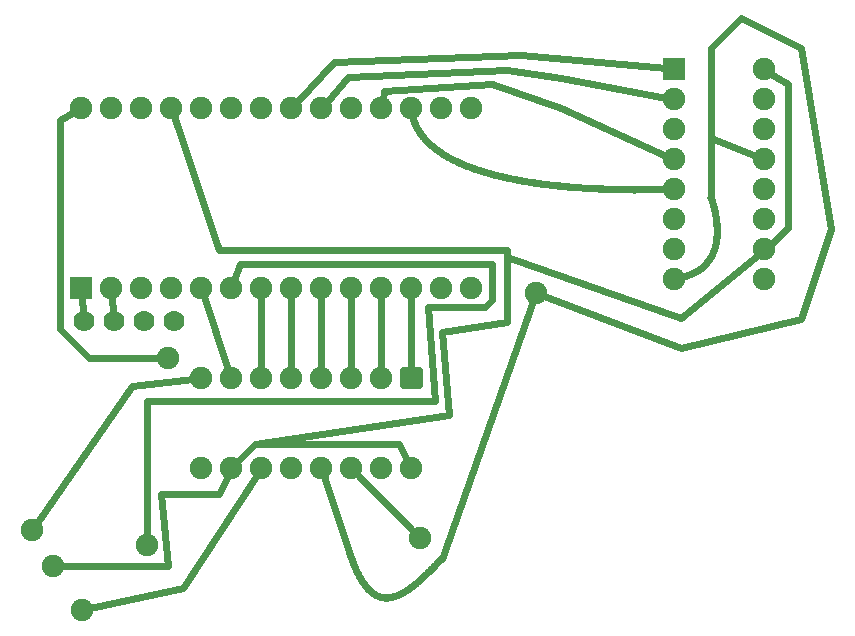
<source format=gbl>
G04 MADE WITH FRITZING*
G04 WWW.FRITZING.ORG*
G04 DOUBLE SIDED*
G04 HOLES PLATED*
G04 CONTOUR ON CENTER OF CONTOUR VECTOR*
%ASAXBY*%
%FSLAX23Y23*%
%MOIN*%
%OFA0B0*%
%SFA1.0B1.0*%
%ADD10C,0.075000*%
%ADD11C,0.070000*%
%ADD12C,0.075433*%
%ADD13R,0.075000X0.075000*%
%ADD14C,0.024000*%
%ADD15C,0.020000*%
%ADD16R,0.001000X0.001000*%
%LNCOPPER0*%
G90*
G70*
G54D10*
X634Y1328D03*
X634Y1928D03*
X734Y1328D03*
X734Y1928D03*
X834Y1328D03*
X834Y1928D03*
X934Y1328D03*
X934Y1928D03*
X1034Y1328D03*
X1034Y1928D03*
X1134Y1328D03*
X1134Y1928D03*
X1234Y1328D03*
X1234Y1928D03*
X1334Y1328D03*
X1334Y1928D03*
X1434Y1328D03*
X1434Y1928D03*
X1534Y1328D03*
X1534Y1928D03*
X1634Y1328D03*
X1634Y1928D03*
X1734Y1328D03*
X1734Y1928D03*
X1834Y1328D03*
X1834Y1928D03*
X1934Y1328D03*
X1934Y1928D03*
X1734Y1028D03*
X1734Y728D03*
X1634Y1028D03*
X1634Y728D03*
X1534Y1028D03*
X1534Y728D03*
X1434Y1028D03*
X1434Y728D03*
X1334Y1028D03*
X1334Y728D03*
X1234Y1028D03*
X1234Y728D03*
X1134Y1028D03*
X1134Y728D03*
X1034Y1028D03*
X1034Y728D03*
X2610Y2057D03*
X2910Y2057D03*
X2610Y1957D03*
X2910Y1957D03*
X2610Y1857D03*
X2910Y1857D03*
X2610Y1757D03*
X2910Y1757D03*
X2610Y1657D03*
X2910Y1657D03*
X2610Y1557D03*
X2910Y1557D03*
X2610Y1457D03*
X2910Y1457D03*
X2610Y1357D03*
X2910Y1357D03*
G54D11*
X742Y1217D03*
X642Y1217D03*
X942Y1217D03*
X842Y1217D03*
G54D12*
X924Y1096D03*
X852Y472D03*
X540Y400D03*
X636Y256D03*
X1764Y496D03*
X2148Y1312D03*
X468Y520D03*
G54D13*
X634Y1328D03*
X2610Y2057D03*
G54D14*
X1634Y1299D02*
X1634Y1056D01*
D02*
X1534Y1299D02*
X1534Y1056D01*
D02*
X1434Y1299D02*
X1434Y1056D01*
D02*
X1334Y1299D02*
X1334Y1056D01*
D02*
X640Y1243D02*
X636Y1299D01*
D02*
X1734Y1056D02*
X1734Y1299D01*
D02*
X740Y1243D02*
X736Y1299D01*
D02*
X1234Y1299D02*
X1234Y1056D01*
D02*
X1043Y1300D02*
X1124Y1055D01*
D02*
X1639Y1956D02*
X1644Y1984D01*
X1644Y1984D02*
X2004Y2008D01*
X2004Y2008D02*
X2232Y1928D01*
D02*
X2232Y1928D02*
X2584Y1769D01*
D02*
X2582Y1962D02*
X2232Y2028D01*
D02*
X2232Y2028D02*
X2052Y2056D01*
X2052Y2056D02*
X1524Y2032D01*
X1524Y2032D02*
X1452Y1949D01*
D02*
X1353Y1948D02*
X1476Y2080D01*
X1476Y2080D02*
X2100Y2104D01*
X2100Y2104D02*
X2581Y2060D01*
D02*
X609Y1913D02*
X564Y1888D01*
X564Y1888D02*
X564Y1192D01*
X564Y1192D02*
X660Y1096D01*
X660Y1096D02*
X895Y1096D01*
D02*
X852Y501D02*
X852Y952D01*
X852Y952D02*
X1812Y952D01*
X1812Y952D02*
X1788Y1264D01*
X1788Y1264D02*
X1980Y1264D01*
X1980Y1264D02*
X2004Y1288D01*
X2004Y1288D02*
X2004Y1408D01*
X2004Y1408D02*
X1164Y1408D01*
X1164Y1408D02*
X1144Y1354D01*
D02*
X1720Y753D02*
X1692Y808D01*
X1692Y808D02*
X1212Y808D01*
X1212Y808D02*
X1154Y748D01*
D02*
X569Y400D02*
X924Y400D01*
X924Y400D02*
X900Y640D01*
X900Y640D02*
X1092Y640D01*
X1092Y640D02*
X1121Y702D01*
D02*
X943Y1900D02*
X1092Y1456D01*
X1092Y1456D02*
X2052Y1456D01*
X2052Y1456D02*
X2052Y1216D01*
X2052Y1216D02*
X1836Y1180D01*
X1836Y1180D02*
X1860Y904D01*
X1860Y904D02*
X1212Y808D01*
D02*
X2888Y1439D02*
X2633Y1228D01*
D02*
X2633Y1228D02*
X2052Y1432D01*
X2052Y1432D02*
X2052Y1456D01*
D02*
X2934Y2042D02*
X2988Y2008D01*
X2988Y2008D02*
X2988Y1528D01*
X2988Y1528D02*
X2931Y1476D01*
D02*
X1218Y704D02*
X972Y328D01*
X972Y328D02*
X664Y262D01*
D02*
X1744Y516D02*
X1554Y707D01*
D02*
X2138Y1285D02*
X1836Y424D01*
D02*
X1534Y428D02*
X1443Y700D01*
D02*
X2733Y1627D02*
X2733Y2127D01*
D02*
X2733Y2127D02*
X2834Y2227D01*
D02*
X2834Y2227D02*
X3033Y2129D01*
D02*
X3033Y2129D02*
X3134Y1526D01*
D02*
X3134Y1526D02*
X3033Y1226D01*
D02*
X3033Y1226D02*
X2632Y1129D01*
D02*
X2632Y1129D02*
X2175Y1302D01*
D02*
X2883Y1768D02*
X2733Y1828D01*
D02*
X2733Y1828D02*
X2733Y1627D01*
D02*
X485Y543D02*
X804Y1000D01*
X804Y1000D02*
X1005Y1024D01*
G54D15*
X1761Y1000D02*
X1706Y1000D01*
X1706Y1055D01*
X1761Y1055D01*
X1761Y1000D01*
D02*
G54D16*
X1731Y1940D02*
X1735Y1940D01*
X1728Y1939D02*
X1738Y1939D01*
X1726Y1938D02*
X1739Y1938D01*
X1725Y1937D02*
X1741Y1937D01*
X1724Y1936D02*
X1742Y1936D01*
X1723Y1935D02*
X1742Y1935D01*
X1723Y1934D02*
X1743Y1934D01*
X1722Y1933D02*
X1743Y1933D01*
X1722Y1932D02*
X1744Y1932D01*
X1722Y1931D02*
X1744Y1931D01*
X1722Y1930D02*
X1744Y1930D01*
X1721Y1929D02*
X1744Y1929D01*
X1721Y1928D02*
X1744Y1928D01*
X1721Y1927D02*
X1745Y1927D01*
X1722Y1926D02*
X1745Y1926D01*
X1722Y1925D02*
X1745Y1925D01*
X1722Y1924D02*
X1745Y1924D01*
X1722Y1923D02*
X1745Y1923D01*
X1722Y1922D02*
X1745Y1922D01*
X1722Y1921D02*
X1745Y1921D01*
X1722Y1920D02*
X1745Y1920D01*
X1722Y1919D02*
X1746Y1919D01*
X1722Y1918D02*
X1746Y1918D01*
X1723Y1917D02*
X1746Y1917D01*
X1723Y1916D02*
X1746Y1916D01*
X1723Y1915D02*
X1746Y1915D01*
X1723Y1914D02*
X1746Y1914D01*
X1723Y1913D02*
X1746Y1913D01*
X1723Y1912D02*
X1747Y1912D01*
X1724Y1911D02*
X1747Y1911D01*
X1724Y1910D02*
X1747Y1910D01*
X1724Y1909D02*
X1747Y1909D01*
X1724Y1908D02*
X1747Y1908D01*
X1724Y1907D02*
X1748Y1907D01*
X1724Y1906D02*
X1748Y1906D01*
X1725Y1905D02*
X1748Y1905D01*
X1725Y1904D02*
X1748Y1904D01*
X1725Y1903D02*
X1749Y1903D01*
X1725Y1902D02*
X1749Y1902D01*
X1726Y1901D02*
X1749Y1901D01*
X1726Y1900D02*
X1749Y1900D01*
X1726Y1899D02*
X1750Y1899D01*
X1726Y1898D02*
X1750Y1898D01*
X1727Y1897D02*
X1750Y1897D01*
X1727Y1896D02*
X1750Y1896D01*
X1727Y1895D02*
X1751Y1895D01*
X1727Y1894D02*
X1751Y1894D01*
X1728Y1893D02*
X1751Y1893D01*
X1728Y1892D02*
X1752Y1892D01*
X1728Y1891D02*
X1752Y1891D01*
X1728Y1890D02*
X1752Y1890D01*
X1729Y1889D02*
X1753Y1889D01*
X1729Y1888D02*
X1753Y1888D01*
X1729Y1887D02*
X1753Y1887D01*
X1730Y1886D02*
X1754Y1886D01*
X1730Y1885D02*
X1754Y1885D01*
X1730Y1884D02*
X1755Y1884D01*
X1731Y1883D02*
X1755Y1883D01*
X1731Y1882D02*
X1755Y1882D01*
X1731Y1881D02*
X1756Y1881D01*
X1732Y1880D02*
X1756Y1880D01*
X1732Y1879D02*
X1757Y1879D01*
X1733Y1878D02*
X1757Y1878D01*
X1733Y1877D02*
X1757Y1877D01*
X1733Y1876D02*
X1758Y1876D01*
X1734Y1875D02*
X1758Y1875D01*
X1734Y1874D02*
X1759Y1874D01*
X1734Y1873D02*
X1759Y1873D01*
X1735Y1872D02*
X1760Y1872D01*
X1735Y1871D02*
X1760Y1871D01*
X1736Y1870D02*
X1761Y1870D01*
X1736Y1869D02*
X1761Y1869D01*
X1737Y1868D02*
X1762Y1868D01*
X1737Y1867D02*
X1762Y1867D01*
X1737Y1866D02*
X1763Y1866D01*
X1738Y1865D02*
X1763Y1865D01*
X1738Y1864D02*
X1764Y1864D01*
X1739Y1863D02*
X1765Y1863D01*
X1739Y1862D02*
X1765Y1862D01*
X1740Y1861D02*
X1766Y1861D01*
X1740Y1860D02*
X1766Y1860D01*
X1741Y1859D02*
X1767Y1859D01*
X1741Y1858D02*
X1768Y1858D01*
X1742Y1857D02*
X1768Y1857D01*
X1742Y1856D02*
X1769Y1856D01*
X1743Y1855D02*
X1769Y1855D01*
X1743Y1854D02*
X1770Y1854D01*
X1744Y1853D02*
X1771Y1853D01*
X1745Y1852D02*
X1771Y1852D01*
X1745Y1851D02*
X1772Y1851D01*
X1746Y1850D02*
X1773Y1850D01*
X1746Y1849D02*
X1774Y1849D01*
X1747Y1848D02*
X1774Y1848D01*
X1747Y1847D02*
X1775Y1847D01*
X1748Y1846D02*
X1776Y1846D01*
X1749Y1845D02*
X1776Y1845D01*
X1749Y1844D02*
X1777Y1844D01*
X1750Y1843D02*
X1778Y1843D01*
X1750Y1842D02*
X1779Y1842D01*
X1751Y1841D02*
X1780Y1841D01*
X1752Y1840D02*
X1780Y1840D01*
X1752Y1839D02*
X1781Y1839D01*
X1753Y1838D02*
X1782Y1838D01*
X1754Y1837D02*
X1783Y1837D01*
X1754Y1836D02*
X1784Y1836D01*
X1755Y1835D02*
X1784Y1835D01*
X1756Y1834D02*
X1785Y1834D01*
X1757Y1833D02*
X1786Y1833D01*
X1757Y1832D02*
X1787Y1832D01*
X1758Y1831D02*
X1788Y1831D01*
X1759Y1830D02*
X1789Y1830D01*
X1759Y1829D02*
X1790Y1829D01*
X1760Y1828D02*
X1791Y1828D01*
X1761Y1827D02*
X1792Y1827D01*
X1762Y1826D02*
X1793Y1826D01*
X1763Y1825D02*
X1794Y1825D01*
X1763Y1824D02*
X1794Y1824D01*
X1764Y1823D02*
X1795Y1823D01*
X1765Y1822D02*
X1796Y1822D01*
X1766Y1821D02*
X1797Y1821D01*
X1767Y1820D02*
X1798Y1820D01*
X1768Y1819D02*
X1800Y1819D01*
X1768Y1818D02*
X1801Y1818D01*
X1769Y1817D02*
X1802Y1817D01*
X1770Y1816D02*
X1803Y1816D01*
X1771Y1815D02*
X1804Y1815D01*
X1772Y1814D02*
X1805Y1814D01*
X1773Y1813D02*
X1806Y1813D01*
X1774Y1812D02*
X1807Y1812D01*
X1775Y1811D02*
X1808Y1811D01*
X1776Y1810D02*
X1809Y1810D01*
X1777Y1809D02*
X1811Y1809D01*
X1778Y1808D02*
X1812Y1808D01*
X1779Y1807D02*
X1813Y1807D01*
X1779Y1806D02*
X1814Y1806D01*
X1780Y1805D02*
X1815Y1805D01*
X1782Y1804D02*
X1816Y1804D01*
X1783Y1803D02*
X1818Y1803D01*
X1784Y1802D02*
X1819Y1802D01*
X1785Y1801D02*
X1820Y1801D01*
X1786Y1800D02*
X1822Y1800D01*
X1787Y1799D02*
X1823Y1799D01*
X1788Y1798D02*
X1824Y1798D01*
X1789Y1797D02*
X1826Y1797D01*
X1790Y1796D02*
X1827Y1796D01*
X1791Y1795D02*
X1828Y1795D01*
X1792Y1794D02*
X1830Y1794D01*
X1793Y1793D02*
X1831Y1793D01*
X1795Y1792D02*
X1833Y1792D01*
X1796Y1791D02*
X1834Y1791D01*
X1797Y1790D02*
X1836Y1790D01*
X1798Y1789D02*
X1837Y1789D01*
X1799Y1788D02*
X1838Y1788D01*
X1801Y1787D02*
X1840Y1787D01*
X1802Y1786D02*
X1841Y1786D01*
X1803Y1785D02*
X1843Y1785D01*
X1804Y1784D02*
X1845Y1784D01*
X1806Y1783D02*
X1846Y1783D01*
X1807Y1782D02*
X1848Y1782D01*
X1808Y1781D02*
X1850Y1781D01*
X1810Y1780D02*
X1851Y1780D01*
X1811Y1779D02*
X1853Y1779D01*
X1812Y1778D02*
X1854Y1778D01*
X1814Y1777D02*
X1856Y1777D01*
X1815Y1776D02*
X1858Y1776D01*
X1816Y1775D02*
X1860Y1775D01*
X1818Y1774D02*
X1861Y1774D01*
X1819Y1773D02*
X1863Y1773D01*
X1821Y1772D02*
X1865Y1772D01*
X1822Y1771D02*
X1867Y1771D01*
X1823Y1770D02*
X1869Y1770D01*
X1825Y1769D02*
X1870Y1769D01*
X1826Y1768D02*
X1872Y1768D01*
X1828Y1767D02*
X1874Y1767D01*
X1829Y1766D02*
X1876Y1766D01*
X1831Y1765D02*
X1878Y1765D01*
X1832Y1764D02*
X1880Y1764D01*
X1834Y1763D02*
X1882Y1763D01*
X1836Y1762D02*
X1884Y1762D01*
X1837Y1761D02*
X1886Y1761D01*
X1839Y1760D02*
X1888Y1760D01*
X1841Y1759D02*
X1891Y1759D01*
X1842Y1758D02*
X1893Y1758D01*
X1844Y1757D02*
X1895Y1757D01*
X1846Y1756D02*
X1897Y1756D01*
X1847Y1755D02*
X1899Y1755D01*
X1849Y1754D02*
X1901Y1754D01*
X1851Y1753D02*
X1904Y1753D01*
X1853Y1752D02*
X1906Y1752D01*
X1854Y1751D02*
X1908Y1751D01*
X1856Y1750D02*
X1911Y1750D01*
X1858Y1749D02*
X1913Y1749D01*
X1860Y1748D02*
X1915Y1748D01*
X1862Y1747D02*
X1918Y1747D01*
X1864Y1746D02*
X1920Y1746D01*
X1866Y1745D02*
X1923Y1745D01*
X1868Y1744D02*
X1925Y1744D01*
X1870Y1743D02*
X1928Y1743D01*
X1872Y1742D02*
X1931Y1742D01*
X1874Y1741D02*
X1933Y1741D01*
X1876Y1740D02*
X1936Y1740D01*
X1878Y1739D02*
X1939Y1739D01*
X1880Y1738D02*
X1941Y1738D01*
X1882Y1737D02*
X1944Y1737D01*
X1884Y1736D02*
X1947Y1736D01*
X1886Y1735D02*
X1950Y1735D01*
X1888Y1734D02*
X1953Y1734D01*
X1891Y1733D02*
X1956Y1733D01*
X1893Y1732D02*
X1959Y1732D01*
X1895Y1731D02*
X1962Y1731D01*
X1897Y1730D02*
X1965Y1730D01*
X1900Y1729D02*
X1968Y1729D01*
X1902Y1728D02*
X1971Y1728D01*
X1905Y1727D02*
X1974Y1727D01*
X1907Y1726D02*
X1978Y1726D01*
X1909Y1725D02*
X1981Y1725D01*
X1912Y1724D02*
X1984Y1724D01*
X1914Y1723D02*
X1987Y1723D01*
X1917Y1722D02*
X1991Y1722D01*
X1920Y1721D02*
X1995Y1721D01*
X1922Y1720D02*
X1998Y1720D01*
X1925Y1719D02*
X2002Y1719D01*
X1927Y1718D02*
X2005Y1718D01*
X1930Y1717D02*
X2009Y1717D01*
X1933Y1716D02*
X2013Y1716D01*
X1936Y1715D02*
X2017Y1715D01*
X1938Y1714D02*
X2021Y1714D01*
X1941Y1713D02*
X2025Y1713D01*
X1944Y1712D02*
X2029Y1712D01*
X1947Y1711D02*
X2033Y1711D01*
X1950Y1710D02*
X2037Y1710D01*
X1953Y1709D02*
X2041Y1709D01*
X1956Y1708D02*
X2046Y1708D01*
X1959Y1707D02*
X2050Y1707D01*
X1962Y1706D02*
X2055Y1706D01*
X1965Y1705D02*
X2059Y1705D01*
X1969Y1704D02*
X2064Y1704D01*
X1972Y1703D02*
X2069Y1703D01*
X1975Y1702D02*
X2074Y1702D01*
X1979Y1701D02*
X2079Y1701D01*
X1982Y1700D02*
X2084Y1700D01*
X1985Y1699D02*
X2089Y1699D01*
X1989Y1698D02*
X2095Y1698D01*
X1993Y1697D02*
X2100Y1697D01*
X1996Y1696D02*
X2106Y1696D01*
X2000Y1695D02*
X2111Y1695D01*
X2004Y1694D02*
X2117Y1694D01*
X2007Y1693D02*
X2123Y1693D01*
X2011Y1692D02*
X2129Y1692D01*
X2015Y1691D02*
X2136Y1691D01*
X2019Y1690D02*
X2142Y1690D01*
X2023Y1689D02*
X2149Y1689D01*
X2027Y1688D02*
X2156Y1688D01*
X2031Y1687D02*
X2163Y1687D01*
X2036Y1686D02*
X2170Y1686D01*
X2040Y1685D02*
X2178Y1685D01*
X2044Y1684D02*
X2186Y1684D01*
X2049Y1683D02*
X2194Y1683D01*
X2054Y1682D02*
X2202Y1682D01*
X2058Y1681D02*
X2211Y1681D01*
X2063Y1680D02*
X2220Y1680D01*
X2068Y1679D02*
X2231Y1679D01*
X2073Y1678D02*
X2241Y1678D01*
X2078Y1677D02*
X2252Y1677D01*
X2083Y1676D02*
X2262Y1676D01*
X2088Y1675D02*
X2275Y1675D01*
X2094Y1674D02*
X2288Y1674D01*
X2099Y1673D02*
X2301Y1673D01*
X2105Y1672D02*
X2317Y1672D01*
X2110Y1671D02*
X2334Y1671D01*
X2116Y1670D02*
X2354Y1670D01*
X2122Y1669D02*
X2376Y1669D01*
X2587Y1669D02*
X2613Y1669D01*
X2129Y1668D02*
X2407Y1668D01*
X2558Y1668D02*
X2615Y1668D01*
X2135Y1667D02*
X2472Y1667D01*
X2492Y1667D02*
X2616Y1667D01*
X2141Y1666D02*
X2617Y1666D01*
X2148Y1665D02*
X2618Y1665D01*
X2155Y1664D02*
X2619Y1664D01*
X2162Y1663D02*
X2619Y1663D01*
X2170Y1662D02*
X2620Y1662D01*
X2177Y1661D02*
X2620Y1661D01*
X2185Y1660D02*
X2620Y1660D01*
X2194Y1659D02*
X2620Y1659D01*
X2202Y1658D02*
X2620Y1658D01*
X2211Y1657D02*
X2620Y1657D01*
X2220Y1656D02*
X2620Y1656D01*
X2231Y1655D02*
X2620Y1655D01*
X2241Y1654D02*
X2620Y1654D01*
X2252Y1653D02*
X2619Y1653D01*
X2262Y1652D02*
X2619Y1652D01*
X2275Y1651D02*
X2618Y1651D01*
X2288Y1650D02*
X2617Y1650D01*
X2302Y1649D02*
X2616Y1649D01*
X2318Y1648D02*
X2615Y1648D01*
X2334Y1647D02*
X2613Y1647D01*
X2355Y1646D02*
X2609Y1646D01*
X2377Y1645D02*
X2587Y1645D01*
X2408Y1644D02*
X2557Y1644D01*
X2474Y1643D02*
X2483Y1643D01*
X2731Y1640D02*
X2734Y1640D01*
X2728Y1639D02*
X2737Y1639D01*
X2726Y1638D02*
X2739Y1638D01*
X2725Y1637D02*
X2740Y1637D01*
X2724Y1636D02*
X2741Y1636D01*
X2723Y1635D02*
X2742Y1635D01*
X2723Y1634D02*
X2743Y1634D01*
X2722Y1633D02*
X2743Y1633D01*
X2722Y1632D02*
X2743Y1632D01*
X2721Y1631D02*
X2744Y1631D01*
X2721Y1630D02*
X2744Y1630D01*
X2721Y1629D02*
X2745Y1629D01*
X2721Y1628D02*
X2745Y1628D01*
X2721Y1627D02*
X2745Y1627D01*
X2721Y1626D02*
X2746Y1626D01*
X2722Y1625D02*
X2746Y1625D01*
X2722Y1624D02*
X2746Y1624D01*
X2722Y1623D02*
X2747Y1623D01*
X2723Y1622D02*
X2747Y1622D01*
X2723Y1621D02*
X2747Y1621D01*
X2723Y1620D02*
X2748Y1620D01*
X2724Y1619D02*
X2748Y1619D01*
X2724Y1618D02*
X2748Y1618D01*
X2724Y1617D02*
X2749Y1617D01*
X2725Y1616D02*
X2749Y1616D01*
X2725Y1615D02*
X2749Y1615D01*
X2725Y1614D02*
X2750Y1614D01*
X2726Y1613D02*
X2750Y1613D01*
X2726Y1612D02*
X2750Y1612D01*
X2726Y1611D02*
X2750Y1611D01*
X2727Y1610D02*
X2751Y1610D01*
X2727Y1609D02*
X2751Y1609D01*
X2727Y1608D02*
X2751Y1608D01*
X2728Y1607D02*
X2752Y1607D01*
X2728Y1606D02*
X2752Y1606D01*
X2728Y1605D02*
X2752Y1605D01*
X2729Y1604D02*
X2752Y1604D01*
X2729Y1603D02*
X2753Y1603D01*
X2729Y1602D02*
X2753Y1602D01*
X2729Y1601D02*
X2753Y1601D01*
X2730Y1600D02*
X2753Y1600D01*
X2730Y1599D02*
X2754Y1599D01*
X2730Y1598D02*
X2754Y1598D01*
X2730Y1597D02*
X2754Y1597D01*
X2731Y1596D02*
X2755Y1596D01*
X2731Y1595D02*
X2755Y1595D01*
X2731Y1594D02*
X2755Y1594D01*
X2732Y1593D02*
X2755Y1593D01*
X2732Y1592D02*
X2756Y1592D01*
X2732Y1591D02*
X2756Y1591D01*
X2732Y1590D02*
X2756Y1590D01*
X2733Y1589D02*
X2756Y1589D01*
X2733Y1588D02*
X2756Y1588D01*
X2733Y1587D02*
X2757Y1587D01*
X2733Y1586D02*
X2757Y1586D01*
X2734Y1585D02*
X2757Y1585D01*
X2734Y1584D02*
X2757Y1584D01*
X2734Y1583D02*
X2758Y1583D01*
X2734Y1582D02*
X2758Y1582D01*
X2734Y1581D02*
X2758Y1581D01*
X2735Y1580D02*
X2758Y1580D01*
X2735Y1579D02*
X2758Y1579D01*
X2735Y1578D02*
X2759Y1578D01*
X2735Y1577D02*
X2759Y1577D01*
X2736Y1576D02*
X2759Y1576D01*
X2736Y1575D02*
X2759Y1575D01*
X2736Y1574D02*
X2759Y1574D01*
X2736Y1573D02*
X2760Y1573D01*
X2736Y1572D02*
X2760Y1572D01*
X2737Y1571D02*
X2760Y1571D01*
X2737Y1570D02*
X2760Y1570D01*
X2737Y1569D02*
X2760Y1569D01*
X2737Y1568D02*
X2760Y1568D01*
X2737Y1567D02*
X2761Y1567D01*
X2737Y1566D02*
X2761Y1566D01*
X2738Y1565D02*
X2761Y1565D01*
X2738Y1564D02*
X2761Y1564D01*
X2738Y1563D02*
X2761Y1563D01*
X2738Y1562D02*
X2761Y1562D01*
X2738Y1561D02*
X2762Y1561D01*
X2739Y1560D02*
X2762Y1560D01*
X2739Y1559D02*
X2762Y1559D01*
X2739Y1558D02*
X2762Y1558D01*
X2739Y1557D02*
X2762Y1557D01*
X2739Y1556D02*
X2762Y1556D01*
X2739Y1555D02*
X2762Y1555D01*
X2739Y1554D02*
X2763Y1554D01*
X2740Y1553D02*
X2763Y1553D01*
X2740Y1552D02*
X2763Y1552D01*
X2740Y1551D02*
X2763Y1551D01*
X2740Y1550D02*
X2763Y1550D01*
X2740Y1549D02*
X2763Y1549D01*
X2740Y1548D02*
X2763Y1548D01*
X2740Y1547D02*
X2763Y1547D01*
X2740Y1546D02*
X2763Y1546D01*
X2740Y1545D02*
X2764Y1545D01*
X2741Y1544D02*
X2764Y1544D01*
X2741Y1543D02*
X2764Y1543D01*
X2741Y1542D02*
X2764Y1542D01*
X2741Y1541D02*
X2764Y1541D01*
X2741Y1540D02*
X2764Y1540D01*
X2741Y1539D02*
X2764Y1539D01*
X2741Y1538D02*
X2764Y1538D01*
X2741Y1537D02*
X2764Y1537D01*
X2741Y1536D02*
X2764Y1536D01*
X2741Y1535D02*
X2764Y1535D01*
X2741Y1534D02*
X2764Y1534D01*
X2741Y1533D02*
X2764Y1533D01*
X2742Y1532D02*
X2765Y1532D01*
X2742Y1531D02*
X2765Y1531D01*
X2742Y1530D02*
X2765Y1530D01*
X2742Y1529D02*
X2765Y1529D01*
X2742Y1528D02*
X2765Y1528D01*
X2742Y1527D02*
X2765Y1527D01*
X2742Y1526D02*
X2765Y1526D01*
X2742Y1525D02*
X2765Y1525D01*
X2742Y1524D02*
X2765Y1524D01*
X2742Y1523D02*
X2765Y1523D01*
X2742Y1522D02*
X2765Y1522D01*
X2742Y1521D02*
X2765Y1521D01*
X2742Y1520D02*
X2765Y1520D01*
X2742Y1519D02*
X2765Y1519D01*
X2742Y1518D02*
X2765Y1518D01*
X2742Y1517D02*
X2765Y1517D01*
X2742Y1516D02*
X2765Y1516D01*
X2742Y1515D02*
X2765Y1515D01*
X2742Y1514D02*
X2765Y1514D01*
X2742Y1513D02*
X2765Y1513D01*
X2742Y1512D02*
X2765Y1512D01*
X2742Y1511D02*
X2765Y1511D01*
X2742Y1510D02*
X2765Y1510D01*
X2742Y1509D02*
X2765Y1509D01*
X2742Y1508D02*
X2765Y1508D01*
X2742Y1507D02*
X2765Y1507D01*
X2742Y1506D02*
X2765Y1506D01*
X2742Y1505D02*
X2765Y1505D01*
X2742Y1504D02*
X2765Y1504D01*
X2742Y1503D02*
X2765Y1503D01*
X2742Y1502D02*
X2765Y1502D01*
X2741Y1501D02*
X2764Y1501D01*
X2741Y1500D02*
X2764Y1500D01*
X2741Y1499D02*
X2764Y1499D01*
X2741Y1498D02*
X2764Y1498D01*
X2741Y1497D02*
X2764Y1497D01*
X2741Y1496D02*
X2764Y1496D01*
X2741Y1495D02*
X2764Y1495D01*
X2741Y1494D02*
X2764Y1494D01*
X2741Y1493D02*
X2764Y1493D01*
X2741Y1492D02*
X2764Y1492D01*
X2740Y1491D02*
X2764Y1491D01*
X2740Y1490D02*
X2764Y1490D01*
X2740Y1489D02*
X2763Y1489D01*
X2740Y1488D02*
X2763Y1488D01*
X2740Y1487D02*
X2763Y1487D01*
X2740Y1486D02*
X2763Y1486D01*
X2740Y1485D02*
X2763Y1485D01*
X2740Y1484D02*
X2763Y1484D01*
X2739Y1483D02*
X2762Y1483D01*
X2739Y1482D02*
X2762Y1482D01*
X2739Y1481D02*
X2762Y1481D01*
X2739Y1480D02*
X2762Y1480D01*
X2739Y1479D02*
X2762Y1479D01*
X2738Y1478D02*
X2762Y1478D01*
X2738Y1477D02*
X2762Y1477D01*
X2738Y1476D02*
X2761Y1476D01*
X2738Y1475D02*
X2761Y1475D01*
X2738Y1474D02*
X2761Y1474D01*
X2737Y1473D02*
X2761Y1473D01*
X2737Y1472D02*
X2761Y1472D01*
X2737Y1471D02*
X2760Y1471D01*
X2737Y1470D02*
X2760Y1470D01*
X2736Y1469D02*
X2760Y1469D01*
X2736Y1468D02*
X2760Y1468D01*
X2736Y1467D02*
X2759Y1467D01*
X2736Y1466D02*
X2759Y1466D01*
X2735Y1465D02*
X2759Y1465D01*
X2735Y1464D02*
X2759Y1464D01*
X2735Y1463D02*
X2758Y1463D01*
X2734Y1462D02*
X2758Y1462D01*
X2734Y1461D02*
X2758Y1461D01*
X2734Y1460D02*
X2758Y1460D01*
X2733Y1459D02*
X2757Y1459D01*
X2733Y1458D02*
X2757Y1458D01*
X2733Y1457D02*
X2757Y1457D01*
X2732Y1456D02*
X2756Y1456D01*
X2732Y1455D02*
X2756Y1455D01*
X2732Y1454D02*
X2756Y1454D01*
X2731Y1453D02*
X2756Y1453D01*
X2731Y1452D02*
X2755Y1452D01*
X2730Y1451D02*
X2755Y1451D01*
X2730Y1450D02*
X2754Y1450D01*
X2730Y1449D02*
X2754Y1449D01*
X2729Y1448D02*
X2754Y1448D01*
X2729Y1447D02*
X2753Y1447D01*
X2728Y1446D02*
X2753Y1446D01*
X2728Y1445D02*
X2753Y1445D01*
X2727Y1444D02*
X2752Y1444D01*
X2727Y1443D02*
X2752Y1443D01*
X2726Y1442D02*
X2751Y1442D01*
X2726Y1441D02*
X2751Y1441D01*
X2725Y1440D02*
X2751Y1440D01*
X2725Y1439D02*
X2750Y1439D01*
X2724Y1438D02*
X2750Y1438D01*
X2724Y1437D02*
X2749Y1437D01*
X2723Y1436D02*
X2749Y1436D01*
X2723Y1435D02*
X2748Y1435D01*
X2722Y1434D02*
X2748Y1434D01*
X2721Y1433D02*
X2747Y1433D01*
X2721Y1432D02*
X2747Y1432D01*
X2720Y1431D02*
X2746Y1431D01*
X2719Y1430D02*
X2746Y1430D01*
X2719Y1429D02*
X2745Y1429D01*
X2718Y1428D02*
X2745Y1428D01*
X2717Y1427D02*
X2744Y1427D01*
X2717Y1426D02*
X2744Y1426D01*
X2716Y1425D02*
X2743Y1425D01*
X2715Y1424D02*
X2743Y1424D01*
X2714Y1423D02*
X2742Y1423D01*
X2714Y1422D02*
X2742Y1422D01*
X2713Y1421D02*
X2741Y1421D01*
X2712Y1420D02*
X2740Y1420D01*
X2711Y1419D02*
X2740Y1419D01*
X2710Y1418D02*
X2739Y1418D01*
X2709Y1417D02*
X2738Y1417D01*
X2708Y1416D02*
X2738Y1416D01*
X2708Y1415D02*
X2737Y1415D01*
X2707Y1414D02*
X2736Y1414D01*
X2706Y1413D02*
X2736Y1413D01*
X2705Y1412D02*
X2735Y1412D01*
X2704Y1411D02*
X2734Y1411D01*
X2703Y1410D02*
X2734Y1410D01*
X2702Y1409D02*
X2733Y1409D01*
X2701Y1408D02*
X2732Y1408D01*
X2699Y1407D02*
X2731Y1407D01*
X2698Y1406D02*
X2730Y1406D01*
X2697Y1405D02*
X2730Y1405D01*
X2696Y1404D02*
X2729Y1404D01*
X2695Y1403D02*
X2728Y1403D01*
X2693Y1402D02*
X2727Y1402D01*
X2692Y1401D02*
X2726Y1401D01*
X2691Y1400D02*
X2725Y1400D01*
X2689Y1399D02*
X2724Y1399D01*
X2688Y1398D02*
X2723Y1398D01*
X2686Y1397D02*
X2722Y1397D01*
X2685Y1396D02*
X2722Y1396D01*
X2683Y1395D02*
X2721Y1395D01*
X2682Y1394D02*
X2720Y1394D01*
X2680Y1393D02*
X2718Y1393D01*
X2678Y1392D02*
X2717Y1392D01*
X2676Y1391D02*
X2716Y1391D01*
X2675Y1390D02*
X2715Y1390D01*
X2673Y1389D02*
X2714Y1389D01*
X2671Y1388D02*
X2713Y1388D01*
X2669Y1387D02*
X2712Y1387D01*
X2667Y1386D02*
X2711Y1386D01*
X2664Y1385D02*
X2709Y1385D01*
X2662Y1384D02*
X2708Y1384D01*
X2660Y1383D02*
X2707Y1383D01*
X2657Y1382D02*
X2705Y1382D01*
X2654Y1381D02*
X2704Y1381D01*
X2652Y1380D02*
X2703Y1380D01*
X2649Y1379D02*
X2701Y1379D01*
X2645Y1378D02*
X2700Y1378D01*
X2642Y1377D02*
X2698Y1377D01*
X2639Y1376D02*
X2697Y1376D01*
X2635Y1375D02*
X2695Y1375D01*
X2630Y1374D02*
X2694Y1374D01*
X2626Y1373D02*
X2692Y1373D01*
X2621Y1372D02*
X2691Y1372D01*
X2615Y1371D02*
X2689Y1371D01*
X2608Y1370D02*
X2687Y1370D01*
X2605Y1369D02*
X2685Y1369D01*
X2603Y1368D02*
X2683Y1368D01*
X2601Y1367D02*
X2681Y1367D01*
X2601Y1366D02*
X2679Y1366D01*
X2600Y1365D02*
X2677Y1365D01*
X2599Y1364D02*
X2675Y1364D01*
X2599Y1363D02*
X2673Y1363D01*
X2598Y1362D02*
X2670Y1362D01*
X2598Y1361D02*
X2668Y1361D01*
X2598Y1360D02*
X2666Y1360D01*
X2597Y1359D02*
X2663Y1359D01*
X2597Y1358D02*
X2660Y1358D01*
X2598Y1357D02*
X2657Y1357D01*
X2598Y1356D02*
X2654Y1356D01*
X2598Y1355D02*
X2651Y1355D01*
X2598Y1354D02*
X2648Y1354D01*
X2599Y1353D02*
X2644Y1353D01*
X2599Y1352D02*
X2640Y1352D01*
X2600Y1351D02*
X2636Y1351D01*
X2601Y1350D02*
X2632Y1350D01*
X2602Y1349D02*
X2627Y1349D01*
X2603Y1348D02*
X2622Y1348D01*
X2605Y1347D02*
X2616Y1347D01*
X1531Y441D02*
X1536Y441D01*
X1528Y440D02*
X1538Y440D01*
X1527Y439D02*
X1540Y439D01*
X1525Y438D02*
X1541Y438D01*
X1524Y437D02*
X1542Y437D01*
X1834Y437D02*
X1837Y437D01*
X1524Y436D02*
X1543Y436D01*
X1831Y436D02*
X1840Y436D01*
X1523Y435D02*
X1543Y435D01*
X1829Y435D02*
X1842Y435D01*
X1523Y434D02*
X1544Y434D01*
X1828Y434D02*
X1843Y434D01*
X1522Y433D02*
X1544Y433D01*
X1827Y433D02*
X1844Y433D01*
X1522Y432D02*
X1545Y432D01*
X1826Y432D02*
X1845Y432D01*
X1522Y431D02*
X1545Y431D01*
X1825Y431D02*
X1845Y431D01*
X1522Y430D02*
X1545Y430D01*
X1824Y430D02*
X1846Y430D01*
X1522Y429D02*
X1546Y429D01*
X1823Y429D02*
X1846Y429D01*
X1522Y428D02*
X1546Y428D01*
X1822Y428D02*
X1846Y428D01*
X1522Y427D02*
X1546Y427D01*
X1821Y427D02*
X1847Y427D01*
X1522Y426D02*
X1547Y426D01*
X1820Y426D02*
X1847Y426D01*
X1523Y425D02*
X1547Y425D01*
X1819Y425D02*
X1847Y425D01*
X1523Y424D02*
X1548Y424D01*
X1818Y424D02*
X1847Y424D01*
X1523Y423D02*
X1548Y423D01*
X1817Y423D02*
X1847Y423D01*
X1524Y422D02*
X1548Y422D01*
X1816Y422D02*
X1846Y422D01*
X1524Y421D02*
X1549Y421D01*
X1815Y421D02*
X1846Y421D01*
X1524Y420D02*
X1549Y420D01*
X1814Y420D02*
X1846Y420D01*
X1525Y419D02*
X1549Y419D01*
X1813Y419D02*
X1845Y419D01*
X1525Y418D02*
X1550Y418D01*
X1812Y418D02*
X1844Y418D01*
X1526Y417D02*
X1550Y417D01*
X1811Y417D02*
X1844Y417D01*
X1526Y416D02*
X1551Y416D01*
X1810Y416D02*
X1843Y416D01*
X1526Y415D02*
X1551Y415D01*
X1809Y415D02*
X1842Y415D01*
X1527Y414D02*
X1551Y414D01*
X1808Y414D02*
X1841Y414D01*
X1527Y413D02*
X1552Y413D01*
X1808Y413D02*
X1840Y413D01*
X1527Y412D02*
X1552Y412D01*
X1807Y412D02*
X1839Y412D01*
X1528Y411D02*
X1553Y411D01*
X1806Y411D02*
X1838Y411D01*
X1528Y410D02*
X1553Y410D01*
X1805Y410D02*
X1837Y410D01*
X1529Y409D02*
X1553Y409D01*
X1804Y409D02*
X1836Y409D01*
X1529Y408D02*
X1554Y408D01*
X1803Y408D02*
X1835Y408D01*
X1529Y407D02*
X1554Y407D01*
X1802Y407D02*
X1834Y407D01*
X1530Y406D02*
X1555Y406D01*
X1801Y406D02*
X1833Y406D01*
X1530Y405D02*
X1555Y405D01*
X1800Y405D02*
X1832Y405D01*
X1530Y404D02*
X1555Y404D01*
X1799Y404D02*
X1831Y404D01*
X1531Y403D02*
X1556Y403D01*
X1798Y403D02*
X1830Y403D01*
X1531Y402D02*
X1556Y402D01*
X1797Y402D02*
X1829Y402D01*
X1532Y401D02*
X1557Y401D01*
X1796Y401D02*
X1828Y401D01*
X1532Y400D02*
X1557Y400D01*
X1795Y400D02*
X1827Y400D01*
X1533Y399D02*
X1557Y399D01*
X1794Y399D02*
X1826Y399D01*
X1533Y398D02*
X1558Y398D01*
X1793Y398D02*
X1825Y398D01*
X1533Y397D02*
X1558Y397D01*
X1792Y397D02*
X1824Y397D01*
X1534Y396D02*
X1559Y396D01*
X1791Y396D02*
X1823Y396D01*
X1534Y395D02*
X1559Y395D01*
X1790Y395D02*
X1822Y395D01*
X1535Y394D02*
X1560Y394D01*
X1789Y394D02*
X1822Y394D01*
X1535Y393D02*
X1560Y393D01*
X1788Y393D02*
X1821Y393D01*
X1535Y392D02*
X1561Y392D01*
X1787Y392D02*
X1820Y392D01*
X1536Y391D02*
X1561Y391D01*
X1786Y391D02*
X1819Y391D01*
X1536Y390D02*
X1562Y390D01*
X1785Y390D02*
X1818Y390D01*
X1537Y389D02*
X1562Y389D01*
X1784Y389D02*
X1817Y389D01*
X1537Y388D02*
X1562Y388D01*
X1783Y388D02*
X1816Y388D01*
X1538Y387D02*
X1563Y387D01*
X1782Y387D02*
X1815Y387D01*
X1538Y386D02*
X1563Y386D01*
X1781Y386D02*
X1814Y386D01*
X1538Y385D02*
X1564Y385D01*
X1780Y385D02*
X1813Y385D01*
X1539Y384D02*
X1564Y384D01*
X1779Y384D02*
X1812Y384D01*
X1539Y383D02*
X1565Y383D01*
X1778Y383D02*
X1811Y383D01*
X1540Y382D02*
X1565Y382D01*
X1776Y382D02*
X1810Y382D01*
X1540Y381D02*
X1566Y381D01*
X1775Y381D02*
X1809Y381D01*
X1541Y380D02*
X1566Y380D01*
X1774Y380D02*
X1808Y380D01*
X1541Y379D02*
X1567Y379D01*
X1773Y379D02*
X1807Y379D01*
X1542Y378D02*
X1567Y378D01*
X1772Y378D02*
X1806Y378D01*
X1542Y377D02*
X1568Y377D01*
X1771Y377D02*
X1805Y377D01*
X1543Y376D02*
X1568Y376D01*
X1770Y376D02*
X1804Y376D01*
X1543Y375D02*
X1569Y375D01*
X1769Y375D02*
X1803Y375D01*
X1544Y374D02*
X1569Y374D01*
X1768Y374D02*
X1802Y374D01*
X1544Y373D02*
X1570Y373D01*
X1767Y373D02*
X1801Y373D01*
X1545Y372D02*
X1570Y372D01*
X1766Y372D02*
X1800Y372D01*
X1545Y371D02*
X1571Y371D01*
X1765Y371D02*
X1799Y371D01*
X1546Y370D02*
X1572Y370D01*
X1764Y370D02*
X1798Y370D01*
X1546Y369D02*
X1572Y369D01*
X1763Y369D02*
X1796Y369D01*
X1547Y368D02*
X1573Y368D01*
X1762Y368D02*
X1795Y368D01*
X1547Y367D02*
X1573Y367D01*
X1761Y367D02*
X1794Y367D01*
X1548Y366D02*
X1574Y366D01*
X1760Y366D02*
X1793Y366D01*
X1548Y365D02*
X1574Y365D01*
X1758Y365D02*
X1792Y365D01*
X1549Y364D02*
X1575Y364D01*
X1757Y364D02*
X1791Y364D01*
X1549Y363D02*
X1576Y363D01*
X1756Y363D02*
X1790Y363D01*
X1550Y362D02*
X1576Y362D01*
X1755Y362D02*
X1789Y362D01*
X1550Y361D02*
X1577Y361D01*
X1754Y361D02*
X1788Y361D01*
X1551Y360D02*
X1577Y360D01*
X1753Y360D02*
X1787Y360D01*
X1551Y359D02*
X1578Y359D01*
X1752Y359D02*
X1786Y359D01*
X1552Y358D02*
X1579Y358D01*
X1750Y358D02*
X1785Y358D01*
X1553Y357D02*
X1579Y357D01*
X1749Y357D02*
X1784Y357D01*
X1553Y356D02*
X1580Y356D01*
X1748Y356D02*
X1783Y356D01*
X1554Y355D02*
X1580Y355D01*
X1747Y355D02*
X1782Y355D01*
X1554Y354D02*
X1581Y354D01*
X1746Y354D02*
X1781Y354D01*
X1555Y353D02*
X1582Y353D01*
X1745Y353D02*
X1780Y353D01*
X1555Y352D02*
X1582Y352D01*
X1744Y352D02*
X1779Y352D01*
X1556Y351D02*
X1583Y351D01*
X1742Y351D02*
X1778Y351D01*
X1557Y350D02*
X1584Y350D01*
X1741Y350D02*
X1776Y350D01*
X1557Y349D02*
X1585Y349D01*
X1740Y349D02*
X1775Y349D01*
X1558Y348D02*
X1585Y348D01*
X1739Y348D02*
X1774Y348D01*
X1558Y347D02*
X1586Y347D01*
X1737Y347D02*
X1773Y347D01*
X1559Y346D02*
X1587Y346D01*
X1736Y346D02*
X1772Y346D01*
X1560Y345D02*
X1587Y345D01*
X1735Y345D02*
X1771Y345D01*
X1560Y344D02*
X1588Y344D01*
X1734Y344D02*
X1770Y344D01*
X1561Y343D02*
X1589Y343D01*
X1732Y343D02*
X1769Y343D01*
X1562Y342D02*
X1590Y342D01*
X1731Y342D02*
X1767Y342D01*
X1562Y341D02*
X1591Y341D01*
X1730Y341D02*
X1766Y341D01*
X1563Y340D02*
X1591Y340D01*
X1728Y340D02*
X1765Y340D01*
X1563Y339D02*
X1592Y339D01*
X1727Y339D02*
X1764Y339D01*
X1564Y338D02*
X1593Y338D01*
X1726Y338D02*
X1763Y338D01*
X1565Y337D02*
X1594Y337D01*
X1724Y337D02*
X1762Y337D01*
X1566Y336D02*
X1595Y336D01*
X1723Y336D02*
X1760Y336D01*
X1566Y335D02*
X1596Y335D01*
X1722Y335D02*
X1759Y335D01*
X1567Y334D02*
X1596Y334D01*
X1720Y334D02*
X1758Y334D01*
X1568Y333D02*
X1597Y333D01*
X1719Y333D02*
X1757Y333D01*
X1568Y332D02*
X1598Y332D01*
X1717Y332D02*
X1756Y332D01*
X1569Y331D02*
X1599Y331D01*
X1716Y331D02*
X1754Y331D01*
X1570Y330D02*
X1600Y330D01*
X1714Y330D02*
X1753Y330D01*
X1571Y329D02*
X1601Y329D01*
X1713Y329D02*
X1752Y329D01*
X1571Y328D02*
X1602Y328D01*
X1711Y328D02*
X1751Y328D01*
X1572Y327D02*
X1603Y327D01*
X1710Y327D02*
X1749Y327D01*
X1573Y326D02*
X1604Y326D01*
X1708Y326D02*
X1748Y326D01*
X1574Y325D02*
X1606Y325D01*
X1706Y325D02*
X1747Y325D01*
X1574Y324D02*
X1607Y324D01*
X1705Y324D02*
X1746Y324D01*
X1575Y323D02*
X1608Y323D01*
X1703Y323D02*
X1744Y323D01*
X1576Y322D02*
X1609Y322D01*
X1701Y322D02*
X1743Y322D01*
X1577Y321D02*
X1610Y321D01*
X1699Y321D02*
X1742Y321D01*
X1578Y320D02*
X1612Y320D01*
X1698Y320D02*
X1740Y320D01*
X1579Y319D02*
X1613Y319D01*
X1696Y319D02*
X1739Y319D01*
X1580Y318D02*
X1614Y318D01*
X1694Y318D02*
X1738Y318D01*
X1580Y317D02*
X1616Y317D01*
X1691Y317D02*
X1736Y317D01*
X1581Y316D02*
X1617Y316D01*
X1689Y316D02*
X1735Y316D01*
X1582Y315D02*
X1619Y315D01*
X1687Y315D02*
X1733Y315D01*
X1583Y314D02*
X1621Y314D01*
X1685Y314D02*
X1732Y314D01*
X1584Y313D02*
X1623Y313D01*
X1682Y313D02*
X1731Y313D01*
X1585Y312D02*
X1625Y312D01*
X1680Y312D02*
X1729Y312D01*
X1586Y311D02*
X1627Y311D01*
X1677Y311D02*
X1728Y311D01*
X1587Y310D02*
X1630Y310D01*
X1673Y310D02*
X1726Y310D01*
X1588Y309D02*
X1633Y309D01*
X1670Y309D02*
X1725Y309D01*
X1589Y308D02*
X1637Y308D01*
X1665Y308D02*
X1723Y308D01*
X1591Y307D02*
X1643Y307D01*
X1660Y307D02*
X1721Y307D01*
X1592Y306D02*
X1720Y306D01*
X1593Y305D02*
X1718Y305D01*
X1594Y304D02*
X1717Y304D01*
X1595Y303D02*
X1715Y303D01*
X1597Y302D02*
X1713Y302D01*
X1598Y301D02*
X1711Y301D01*
X1599Y300D02*
X1710Y300D01*
X1601Y299D02*
X1708Y299D01*
X1602Y298D02*
X1706Y298D01*
X1604Y297D02*
X1704Y297D01*
X1605Y296D02*
X1702Y296D01*
X1607Y295D02*
X1700Y295D01*
X1609Y294D02*
X1698Y294D01*
X1611Y293D02*
X1695Y293D01*
X1613Y292D02*
X1693Y292D01*
X1615Y291D02*
X1691Y291D01*
X1617Y290D02*
X1688Y290D01*
X1619Y289D02*
X1685Y289D01*
X1622Y288D02*
X1683Y288D01*
X1624Y287D02*
X1679Y287D01*
X1627Y286D02*
X1676Y286D01*
X1631Y285D02*
X1672Y285D01*
X1636Y284D02*
X1667Y284D01*
X1644Y283D02*
X1658Y283D01*
D02*
G04 End of Copper0*
M02*
</source>
